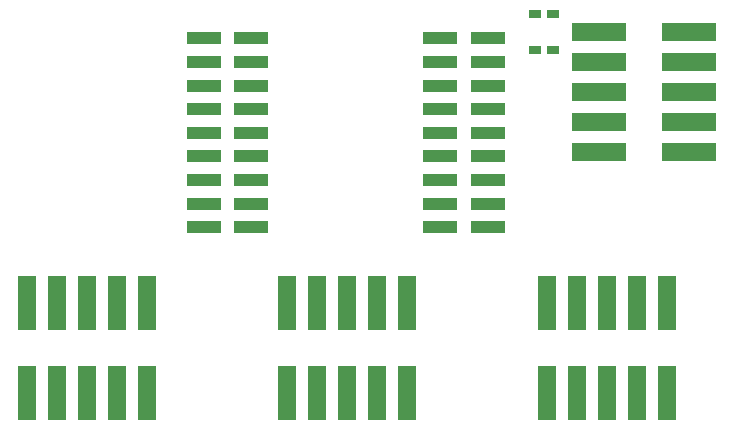
<source format=gtp>
G04 Layer_Color=8421504*
%FSAX44Y44*%
%MOMM*%
G71*
G01*
G75*
%ADD21R,4.6800X1.6000*%
%ADD22R,1.6000X4.6800*%
%ADD23R,2.9000X1.1000*%
%ADD24R,1.0000X0.8000*%
D21*
X01064600Y00583400D02*
D03*
Y00608800D02*
D03*
Y00634200D02*
D03*
Y00659600D02*
D03*
Y00685000D02*
D03*
X01140800Y00608800D02*
D03*
Y00583400D02*
D03*
Y00634200D02*
D03*
Y00659600D02*
D03*
Y00685000D02*
D03*
D22*
X00580000Y00379600D02*
D03*
X00605400D02*
D03*
X00630800D02*
D03*
X00656200D02*
D03*
X00681600D02*
D03*
Y00455800D02*
D03*
X00656200D02*
D03*
X00630800D02*
D03*
X00605400D02*
D03*
X00580000D02*
D03*
X00800000Y00379600D02*
D03*
X00825400D02*
D03*
X00850800D02*
D03*
X00876200D02*
D03*
X00901600D02*
D03*
Y00455800D02*
D03*
X00876200D02*
D03*
X00850800D02*
D03*
X00825400D02*
D03*
X00800000D02*
D03*
X01020000Y00379600D02*
D03*
X01045400D02*
D03*
X01070800D02*
D03*
X01096200D02*
D03*
X01121600D02*
D03*
Y00455800D02*
D03*
X01096200D02*
D03*
X01070800D02*
D03*
X01045400D02*
D03*
X01020000D02*
D03*
D23*
X00730000Y00520000D02*
D03*
Y00540000D02*
D03*
Y00560000D02*
D03*
Y00580000D02*
D03*
Y00600000D02*
D03*
Y00620000D02*
D03*
Y00640000D02*
D03*
Y00660000D02*
D03*
X00730000Y00680000D02*
D03*
X00770000Y00620000D02*
D03*
Y00600000D02*
D03*
Y00580000D02*
D03*
Y00560000D02*
D03*
Y00540000D02*
D03*
Y00520000D02*
D03*
Y00640000D02*
D03*
Y00660000D02*
D03*
Y00680000D02*
D03*
X00930000Y00520000D02*
D03*
Y00540000D02*
D03*
Y00560000D02*
D03*
Y00580000D02*
D03*
Y00600000D02*
D03*
Y00620000D02*
D03*
Y00640000D02*
D03*
Y00660000D02*
D03*
X00930000Y00680000D02*
D03*
X00970000Y00620000D02*
D03*
Y00600000D02*
D03*
Y00580000D02*
D03*
Y00560000D02*
D03*
Y00540000D02*
D03*
Y00520000D02*
D03*
Y00640000D02*
D03*
Y00660000D02*
D03*
Y00680000D02*
D03*
D24*
X01010000Y00669760D02*
D03*
X01025000D02*
D03*
Y00700240D02*
D03*
X01010000D02*
D03*
M02*

</source>
